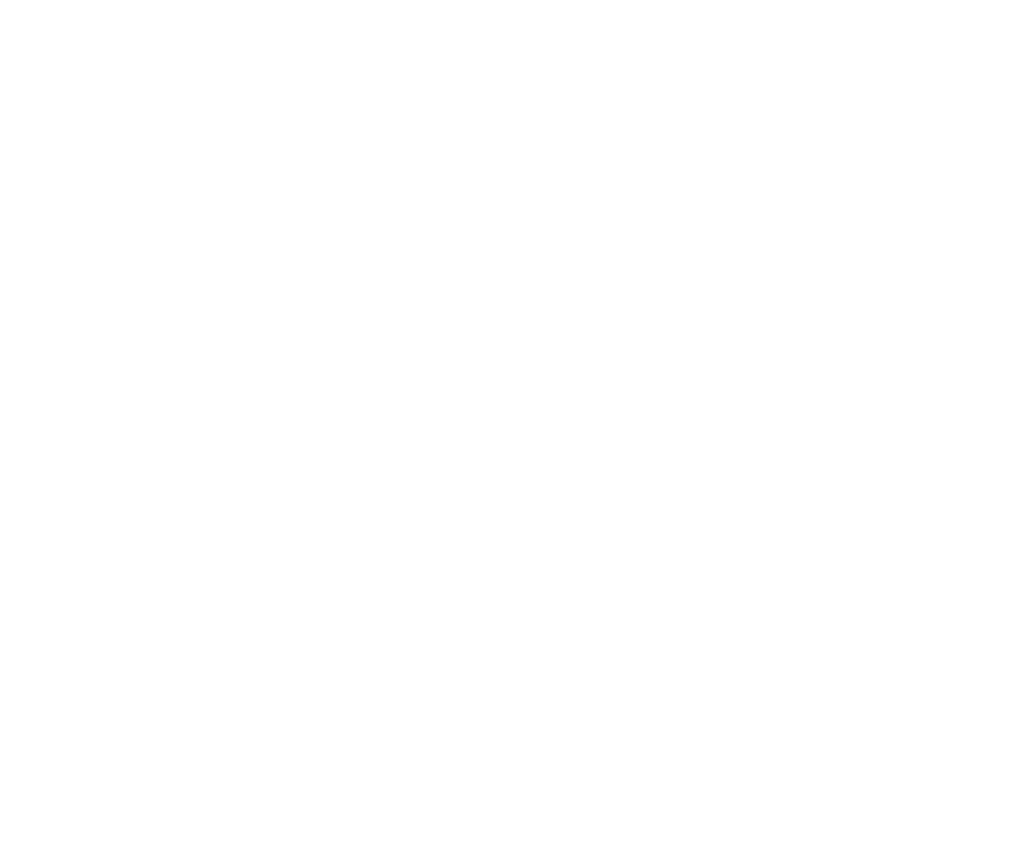
<source format=gtl>
*%FSLAX23Y23*%
*%MOIN*%
G01*
D13*
X11521Y5744D02*
D03*
Y6086D02*
D03*
X11777Y5744D02*
D03*
X12174D02*
D03*
Y6086D02*
D03*
X11777D02*
D03*
X12430D02*
D03*
X12828D02*
D03*
Y5744D02*
D03*
X12430D02*
D03*
X10214D02*
D03*
Y6086D02*
D03*
X10471D02*
D03*
X10868D02*
D03*
Y5744D02*
D03*
X10471D02*
D03*
X11123D02*
D03*
Y6086D02*
D03*
X8509Y5744D02*
D03*
X8907D02*
D03*
Y6086D02*
D03*
X8509D02*
D03*
X9164D02*
D03*
X9561D02*
D03*
Y5744D02*
D03*
X9164D02*
D03*
X9816D02*
D03*
Y6086D02*
D03*
X7857Y5744D02*
D03*
X8254D02*
D03*
Y6086D02*
D03*
X7857D02*
D03*
D18*
X12891Y10069D02*
D03*
Y6309D02*
D03*
X7655Y8250D02*
D03*
Y6309D02*
D03*
M02*

</source>
